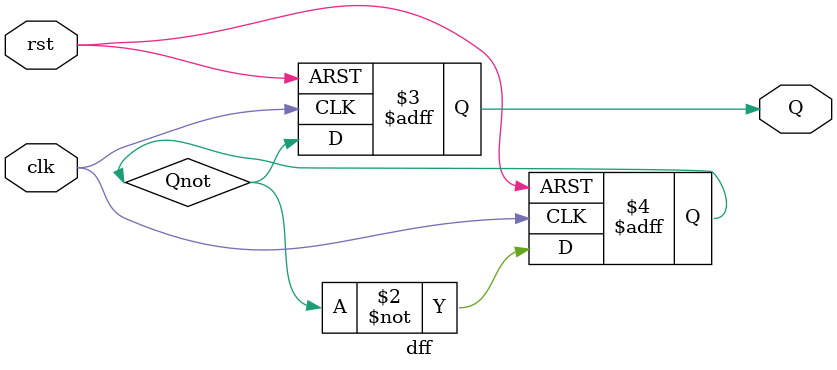
<source format=sv>
`timescale 1ns / 1ps


module dff( 
    input clk,
    input rst,
    output logic Q
    );
    
    logic Qnot;
    always_ff @(posedge clk or posedge rst) begin
        if(rst) begin
            Q <= 1'b0;
            Qnot <= 1'b1;
        end
        else begin
            Q <= Qnot;
            Qnot <= ~Qnot;
        end
    end
endmodule

</source>
